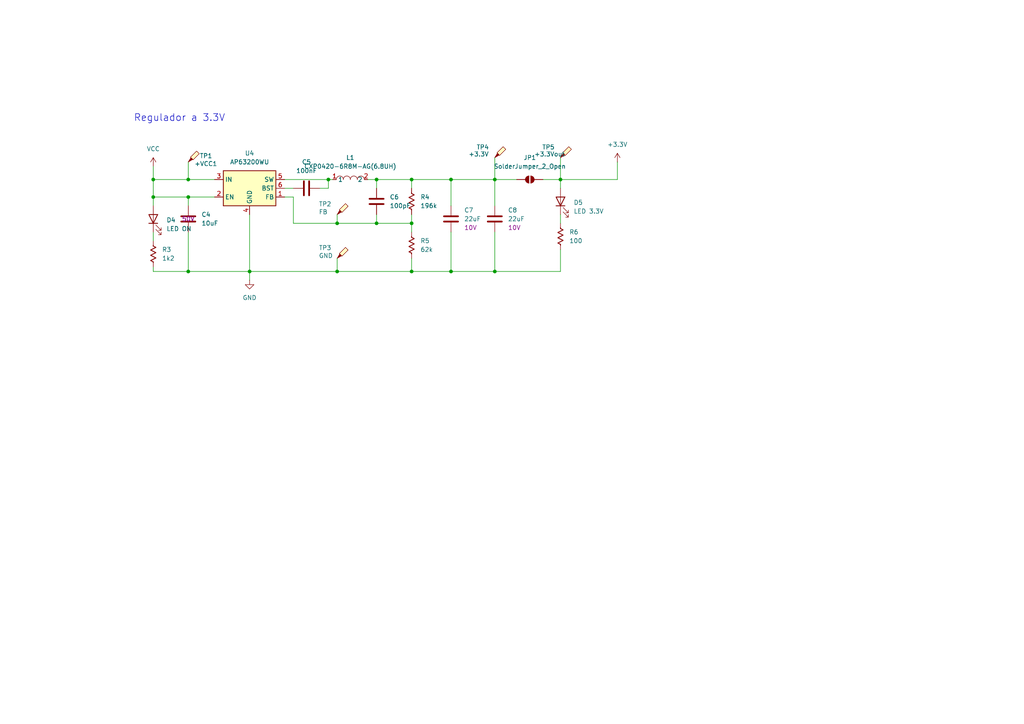
<source format=kicad_sch>
(kicad_sch (version 20250114) (generator "eeschema") (generator_version "9.0")
  (paper "A4")
  (lib_symbols
    (symbol "EasyEDA:+3.3V" (power) (pin_numbers (hide yes)) (pin_names (offset 0) (hide yes))
      (property "Value" "+3.3V" (at 0 3.556 0))
      (symbol "+3.3V_0_1"
        (polyline (pts (xy -0.762 1.27) (xy 0 2.54)))
        (polyline (pts (xy 0 2.54) (xy 0.762 1.27)))
        (polyline (pts (xy 0 0) (xy 0 2.54)))
      )
      (symbol "+3.3V_1_1"
        (pin power_in line (at 0 0 90) (length 0) (name "~") (number "1"))
      )
    )
    (symbol "EasyEDA:AP63200WU"
      (property "Reference" "U" (at -7.62 6.35 0))
      (property "Value" "AP63200WU" (at 2.54 6.35 0))
      (symbol "AP63200WU_0_1"
        (rectangle (start -7.62 5.08) (end 7.62 -5.08) (stroke (width 0.254)) (fill (type background)))
      )
      (symbol "AP63200WU_1_1"
        (pin power_in line (at -10.16 2.54 0) (length 2.54) (name "IN") (number "3"))
        (pin input line (at -10.16 -2.54 0) (length 2.54) (name "EN") (number "2"))
        (pin power_in line (at 0 -7.62 90) (length 2.54) (name "GND") (number "4"))
        (pin output line (at 10.16 2.54 180) (length 2.54) (name "SW") (number "5"))
        (pin passive line (at 10.16 0 180) (length 2.54) (name "BST") (number "6"))
        (pin input line (at 10.16 -2.54 180) (length 2.54) (name "FB") (number "1"))
      )
    )
    (symbol "EasyEDA:CXP0420-6R8M-AG(6.8UH)"
      (property "Reference" "L" (at 0 5.08 0))
      (property "Value" "CXP0420-6R8M-AG(6.8UH)" (at 0 -5.08 0))
      (symbol "CXP0420-6R8M-AG(6.8UH)_0_1"
        (arc (start -4.06 -0.01) (mid -2.83 0.99) (end -2.03 0.01))
        (arc (start -2.03 -0.01) (mid -0.8 0.99) (end 0 0.01))
        (arc (start 0 -0.01) (mid 1.23 0.99) (end 2.03 0.01))
        (arc (start 2.03 -0.01) (mid 3.26 0.99) (end 4.06 0.01))
        (pin unspecified line (at -5.08 0 0) (length 1.016) (name "1") (number "1"))
        (pin unspecified line (at 5.08 0 180) (length 1.016) (name "2") (number "2"))
      )
    )
    (symbol "EasyEDA:C_0603" (pin_numbers (hide yes)) (pin_names (offset 0.254))
      (property "Reference" "C" (at 0.635 2.54 0))
      (property "Value" "C_0603" (at 0.635 -2.54 0))
      (symbol "C_0603_0_1"
        (polyline (pts (xy -2.032 0.762) (xy 2.032 0.762)) (stroke (width 0.508)))
        (polyline (pts (xy -2.032 -0.762) (xy 2.032 -0.762)) (stroke (width 0.508)))
      )
      (symbol "C_0603_0_2"
        (polyline (pts (xy -2.54 -2.54) (xy -0.381 -0.381)))
        (polyline (pts (xy -0.508 -0.508) (xy -1.651 0.635)) (stroke (width 0.508)))
        (polyline (pts (xy -0.508 -0.508) (xy 0.635 -1.651)) (stroke (width 0.508)))
        (polyline (pts (xy 0.381 0.381) (xy 2.54 2.54)))
        (polyline (pts (xy 0.508 0.508) (xy -0.635 1.651)) (stroke (width 0.508)))
        (polyline (pts (xy 0.508 0.508) (xy 1.651 -0.635)) (stroke (width 0.508)))
      )
      (symbol "C_0603_1_1"
        (pin passive line (at 0 3.81 270) (length 2.794) (name "~") (number "1"))
        (pin passive line (at 0 -3.81 90) (length 2.794) (name "~") (number "2"))
      )
      (symbol "C_0603_1_2"
        (pin passive line (at -2.54 -2.54 90) (length 0) (name "~") (number "2"))
        (pin passive line (at 2.54 2.54 270) (length 0) (name "~") (number "1"))
      )
    )
    (symbol "EasyEDA:C_0805" (pin_numbers (hide yes)) (pin_names (offset 0.254))
      (property "Reference" "C" (at 0.635 2.54 0))
      (property "Value" "C_0805" (at 0.635 -2.54 0))
      (symbol "C_0805_0_1"
        (polyline (pts (xy -2.032 0.762) (xy 2.032 0.762)) (stroke (width 0.508)))
        (polyline (pts (xy -2.032 -0.762) (xy 2.032 -0.762)) (stroke (width 0.508)))
      )
      (symbol "C_0805_0_2"
        (polyline (pts (xy -2.54 -2.54) (xy -0.381 -0.381)))
        (polyline (pts (xy -0.508 -0.508) (xy -1.651 0.635)) (stroke (width 0.508)))
        (polyline (pts (xy -0.508 -0.508) (xy 0.635 -1.651)) (stroke (width 0.508)))
        (polyline (pts (xy 0.381 0.381) (xy 2.54 2.54)))
        (polyline (pts (xy 0.508 0.508) (xy -0.635 1.651)) (stroke (width 0.508)))
        (polyline (pts (xy 0.508 0.508) (xy 1.651 -0.635)) (stroke (width 0.508)))
      )
      (symbol "C_0805_1_1"
        (pin passive line (at 0 3.81 270) (length 2.794) (name "~") (number "1"))
        (pin passive line (at 0 -3.81 90) (length 2.794) (name "~") (number "2"))
      )
      (symbol "C_0805_1_2"
        (pin passive line (at -2.54 -2.54 90) (length 0) (name "~") (number "2"))
        (pin passive line (at 2.54 2.54 270) (length 0) (name "~") (number "1"))
      )
    )
    (symbol "EasyEDA:C_1206" (pin_numbers (hide yes)) (pin_names (offset 0.254))
      (property "Reference" "C" (at 0.635 2.54 0))
      (property "Value" "C_1206" (at 0.635 -2.54 0))
      (symbol "C_1206_0_1"
        (polyline (pts (xy -2.032 0.762) (xy 2.032 0.762)) (stroke (width 0.508)))
        (polyline (pts (xy -2.032 -0.762) (xy 2.032 -0.762)) (stroke (width 0.508)))
      )
      (symbol "C_1206_0_2"
        (polyline (pts (xy -2.54 -2.54) (xy -0.381 -0.381)))
        (polyline (pts (xy -0.508 -0.508) (xy -1.651 0.635)) (stroke (width 0.508)))
        (polyline (pts (xy -0.508 -0.508) (xy 0.635 -1.651)) (stroke (width 0.508)))
        (polyline (pts (xy 0.381 0.381) (xy 2.54 2.54)))
        (polyline (pts (xy 0.508 0.508) (xy -0.635 1.651)) (stroke (width 0.508)))
        (polyline (pts (xy 0.508 0.508) (xy 1.651 -0.635)) (stroke (width 0.508)))
      )
      (symbol "C_1206_1_1"
        (pin passive line (at 0 3.81 270) (length 2.794) (name "~") (number "1"))
        (pin passive line (at 0 -3.81 90) (length 2.794) (name "~") (number "2"))
      )
      (symbol "C_1206_1_2"
        (pin passive line (at -2.54 -2.54 90) (length 0) (name "~") (number "2"))
        (pin passive line (at 2.54 2.54 270) (length 0) (name "~") (number "1"))
      )
    )
    (symbol "EasyEDA:GND" (power) (pin_numbers (hide yes)) (pin_names (offset 0) (hide yes))
      (property "Value" "GND" (at 0 -3.81 0))
      (symbol "GND_0_1"
        (polyline (pts (xy 0 0) (xy 0 -1.27) (xy 1.27 -1.27) (xy 0 -2.54) (xy -1.27 -1.27) (xy 0 -1.27)))
      )
      (symbol "GND_1_1"
        (pin power_in line (at 0 0 270) (length 0) (name "~") (number "1"))
      )
    )
    (symbol "EasyEDA:LED" (pin_numbers (hide yes)) (pin_names (offset 1.016) (hide yes))
      (property "Reference" "D" (at 0 2.54 0))
      (property "Value" "LED" (at 0 -2.54 0))
      (symbol "LED_0_1"
        (polyline (pts (xy -3.048 -0.762) (xy -4.572 -2.286) (xy -3.81 -2.286) (xy -4.572 -2.286) (xy -4.572 -1.524)))
        (polyline (pts (xy -1.778 -0.762) (xy -3.302 -2.286) (xy -2.54 -2.286) (xy -3.302 -2.286) (xy -3.302 -1.524)))
        (polyline (pts (xy -1.27 0) (xy 1.27 0)))
        (polyline (pts (xy -1.27 -1.27) (xy -1.27 1.27)) (stroke (width 0.254)))
        (polyline (pts (xy 1.27 -1.27) (xy 1.27 1.27) (xy -1.27 0) (xy 1.27 -1.27)) (stroke (width 0.254)))
      )
      (symbol "LED_1_1"
        (pin passive line (at -3.81 0 0) (length 2.54) (name "K") (number "1"))
        (pin passive line (at 3.81 0 180) (length 2.54) (name "A") (number "2"))
      )
    )
    (symbol "EasyEDA:R_0603" (pin_numbers (hide yes)) (pin_names (offset 0))
      (property "Reference" "R" (at 2.54 1.27 0))
      (property "Value" "R_0603" (at 2.54 -1.27 0))
      (symbol "R_0603_0_1"
        (polyline (pts (xy 0 2.286) (xy 0 2.54)) (stroke (width 0.254)))
        (polyline (pts (xy 0 2.286) (xy 0.762 1.905) (xy -0.762 1.143) (xy 0 0.762) (xy 0.762 0.381) (xy 0 0) (xy -0.762 -0.381) (xy 0 -0.762) (xy 0.762 -1.143) (xy 0 -1.524) (xy -0.762 -1.905) (xy 0 -2.286)) (stroke (width 0.254)))
        (polyline (pts (xy 0 -2.286) (xy 0 -2.54)) (stroke (width 0.254)))
      )
      (symbol "R_0603_0_2"
        (polyline (pts (xy -2.54 -2.54) (xy -1.778 -1.778)))
        (polyline (pts (xy -1.778 -1.778) (xy -1.524 -1.524)) (stroke (width 0.254)))
        (polyline (pts (xy -1.524 -1.524) (xy -1.778 -0.762) (xy -1.016 -1.016)) (stroke (width 0.254)))
        (polyline (pts (xy -0.508 -0.508) (xy -0.762 0.254) (xy 0 0)) (stroke (width 0.254)))
        (polyline (pts (xy -0.508 -0.508) (xy -0.254 -1.27) (xy -1.016 -1.016)) (stroke (width 0.254)))
        (polyline (pts (xy 0.508 0.508) (xy 0.254 1.27) (xy 1.016 1.016)) (stroke (width 0.254)))
        (polyline (pts (xy 0.508 0.508) (xy 0.762 -0.254) (xy 0 0)) (stroke (width 0.254)))
        (polyline (pts (xy 1.524 1.524) (xy 1.778 0.762) (xy 1.016 1.016)) (stroke (width 0.254)))
        (polyline (pts (xy 1.778 1.778) (xy 1.524 1.524)) (stroke (width 0.254)))
        (polyline (pts (xy 1.778 1.778) (xy 2.54 2.54)))
      )
      (symbol "R_0603_1_1"
        (pin passive line (at 0 3.81 270) (length 1.27) (name "~") (number "1"))
        (pin passive line (at 0 -3.81 90) (length 1.27) (name "~") (number "2"))
      )
      (symbol "R_0603_1_2"
        (pin passive line (at -2.54 -2.54 0) (length 0) (name "") (number "2"))
        (pin passive line (at 2.54 2.54 180) (length 0) (name "") (number "1"))
      )
    )
    (symbol "EasyEDA:SolderJumper_2_Open" (pin_numbers (hide yes)) (pin_names (offset 0) (hide yes)) (in_bom no)
      (property "Reference" "JP" (at 0 2.032 0))
      (property "Value" "SolderJumper_2_Open" (at 0 -2.54 0))
      (symbol "SolderJumper_2_Open_0_1"
        (polyline (pts (xy -0.254 1.016) (xy -0.254 -1.016)))
        (arc (start -0.254 -1.016) (mid -1.2656 0) (end -0.254 1.016))
        (arc (start -0.254 -1.016) (mid -1.2656 0) (end -0.254 1.016) (fill (type outline)))
        (arc (start 0.254 1.016) (mid 1.2656 0) (end 0.254 -1.016))
        (arc (start 0.254 1.016) (mid 1.2656 0) (end 0.254 -1.016) (fill (type outline)))
        (polyline (pts (xy 0.254 1.016) (xy 0.254 -1.016)))
      )
      (symbol "SolderJumper_2_Open_1_1"
        (pin passive line (at -3.81 0 0) (length 2.54) (name "A") (number "1"))
        (pin passive line (at 3.81 0 180) (length 2.54) (name "B") (number "2"))
      )
    )
    (symbol "EasyEDA:TestPoint_Probe" (pin_numbers (hide yes)) (pin_names (offset 0.762) (hide yes))
      (property "Reference" "TP" (at 1.651 5.842 0))
      (property "Value" "TestPoint_Probe" (at 1.651 4.064 0))
      (symbol "TestPoint_Probe_0_1"
        (polyline (pts (xy 1.27 0.762) (xy 0 0) (xy 0.762 1.27) (xy 1.27 0.762)) (fill (type outline)))
        (polyline (pts (xy 1.397 0.635) (xy 0.635 1.397) (xy 2.413 3.175) (xy 3.175 2.413) (xy 1.397 0.635)) (fill (type background)))
      )
      (symbol "TestPoint_Probe_1_1"
        (pin passive line (at 0 0 90) (length 0) (name "1") (number "1"))
      )
    )
    (symbol "EasyEDA:VCC" (power) (pin_numbers (hide yes)) (pin_names (offset 0) (hide yes))
      (property "Value" "VCC" (at 0 3.556 0))
      (symbol "VCC_0_1"
        (polyline (pts (xy -0.762 1.27) (xy 0 2.54)))
        (polyline (pts (xy 0 2.54) (xy 0.762 1.27)))
        (polyline (pts (xy 0 0) (xy 0 2.54)))
      )
      (symbol "VCC_1_1"
        (pin power_in line (at 0 0 90) (length 0) (name "~") (number "1"))
      )
    )
  )
  (text "Regulador a 3.3V\n" (at 52.07 34.29 0) (effects (font (size 2 2))))
  (junction (at 54.61 52.07))
  (junction (at 95.25 52.07))
  (junction (at 97.79 64.77))
  (junction (at 109.22 52.07))
  (junction (at 54.61 78.74))
  (junction (at 44.45 52.07))
  (junction (at 119.38 78.74))
  (junction (at 97.79 78.74))
  (junction (at 130.81 78.74))
  (junction (at 72.39 78.74))
  (junction (at 119.38 64.77))
  (junction (at 109.22 64.77))
  (junction (at 143.51 52.07))
  (junction (at 119.38 52.07))
  (junction (at 54.61 57.15))
  (junction (at 143.51 78.74))
  (junction (at 130.81 52.07))
  (junction (at 162.56 52.07))
  (junction (at 44.45 57.15))
  (wire (pts (xy 44.45 52.07) (xy 54.61 52.07)))
  (wire (pts (xy 95.25 54.61) (xy 95.25 52.07)))
  (wire (pts (xy 109.22 52.07) (xy 119.38 52.07)))
  (wire (pts (xy 119.38 52.07) (xy 130.81 52.07)))
  (wire (pts (xy 97.79 64.77) (xy 109.22 64.77)))
  (wire (pts (xy 44.45 52.07) (xy 44.45 57.15)))
  (wire (pts (xy 119.38 64.77) (xy 119.38 62.23)))
  (wire (pts (xy 44.45 48.26) (xy 44.45 52.07)))
  (wire (pts (xy 157.48 52.07) (xy 162.56 52.07)))
  (wire (pts (xy 143.51 52.07) (xy 143.51 59.69)))
  (wire (pts (xy 95.25 52.07) (xy 82.55 52.07)))
  (wire (pts (xy 97.79 78.74) (xy 72.39 78.74)))
  (wire (pts (xy 97.79 74.93) (xy 97.79 78.74)))
  (wire (pts (xy 44.45 59.69) (xy 44.45 57.15)))
  (wire (pts (xy 44.45 78.74) (xy 54.61 78.74)))
  (wire (pts (xy 162.56 45.72) (xy 162.56 52.07)))
  (wire (pts (xy 96.52 52.07) (xy 95.25 52.07)))
  (wire (pts (xy 44.45 67.31) (xy 44.45 69.85)))
  (wire (pts (xy 162.56 72.39) (xy 162.56 78.74)))
  (wire (pts (xy 54.61 78.74) (xy 72.39 78.74)))
  (wire (pts (xy 119.38 74.93) (xy 119.38 78.74)))
  (wire (pts (xy 97.79 62.23) (xy 97.79 64.77)))
  (wire (pts (xy 54.61 46.99) (xy 54.61 52.07)))
  (wire (pts (xy 109.22 62.23) (xy 109.22 64.77)))
  (wire (pts (xy 143.51 67.31) (xy 143.51 78.74)))
  (wire (pts (xy 143.51 52.07) (xy 149.86 52.07)))
  (wire (pts (xy 54.61 67.31) (xy 54.61 78.74)))
  (wire (pts (xy 130.81 52.07) (xy 130.81 59.69)))
  (wire (pts (xy 130.81 67.31) (xy 130.81 78.74)))
  (wire (pts (xy 54.61 59.69) (xy 54.61 57.15)))
  (wire (pts (xy 44.45 57.15) (xy 54.61 57.15)))
  (wire (pts (xy 62.23 57.15) (xy 54.61 57.15)))
  (wire (pts (xy 130.81 52.07) (xy 143.51 52.07)))
  (wire (pts (xy 179.07 46.99) (xy 179.07 52.07)))
  (wire (pts (xy 92.71 54.61) (xy 95.25 54.61)))
  (wire (pts (xy 72.39 78.74) (xy 72.39 81.28)))
  (wire (pts (xy 143.51 78.74) (xy 130.81 78.74)))
  (wire (pts (xy 119.38 64.77) (xy 119.38 67.31)))
  (wire (pts (xy 85.09 64.77) (xy 85.09 57.15)))
  (wire (pts (xy 162.56 54.61) (xy 162.56 52.07)))
  (wire (pts (xy 72.39 62.23) (xy 72.39 78.74)))
  (wire (pts (xy 97.79 78.74) (xy 119.38 78.74)))
  (wire (pts (xy 119.38 78.74) (xy 130.81 78.74)))
  (wire (pts (xy 162.56 52.07) (xy 179.07 52.07)))
  (wire (pts (xy 119.38 52.07) (xy 119.38 54.61)))
  (wire (pts (xy 54.61 52.07) (xy 62.23 52.07)))
  (wire (pts (xy 109.22 64.77) (xy 119.38 64.77)))
  (wire (pts (xy 143.51 78.74) (xy 162.56 78.74)))
  (wire (pts (xy 143.51 45.72) (xy 143.51 52.07)))
  (wire (pts (xy 106.68 52.07) (xy 109.22 52.07)))
  (wire (pts (xy 85.09 64.77) (xy 97.79 64.77)))
  (wire (pts (xy 82.55 54.61) (xy 85.09 54.61)))
  (wire (pts (xy 162.56 62.23) (xy 162.56 64.77)))
  (wire (pts (xy 109.22 52.07) (xy 109.22 54.61)))
  (wire (pts (xy 44.45 77.47) (xy 44.45 78.74)))
  (wire (pts (xy 85.09 57.15) (xy 82.55 57.15)))
  (symbol (lib_id "EasyEDA:R_0603") (at 162.56 68.58 180) (unit 1)
    (property "Reference" "R6" (at 165.1 67.3099 0) (effects (justify right)))
    (property "Value" "100" (at 165.1 69.8499 0) (effects (justify right)))
    (property "Footprint" "PCM_Resistor_SMD_AKL:R_0603_1608Metric" (effects (hide yes)))
    (property "Description" "SMD 0603 Chip Resistor, US Symbol, Alternate KiCad Library" (effects (hide yes)))
  )
  (symbol (lib_id "EasyEDA:TestPoint_Probe") (at 97.79 74.93 0) (unit 1)
    (property "Reference" "TP3" (at 92.456 71.882 0) (effects (justify left)))
    (property "Value" "GND" (at 92.456 74.168 0) (effects (justify left)))
    (property "Footprint" "TestPoint:TestPoint_Pad_1.0x1.0mm" (effects (hide yes)))
    (property "Description" "test point (alternative probe-style design)" (effects (hide yes)))
  )
  (symbol (lib_id "EasyEDA:C_1206") (at 54.61 63.5 0) (unit 1)
    (property "Reference" "C4" (at 58.42 62.2299 0) (effects (justify left)))
    (property "Value" "10uF" (at 58.42 64.7699 0) (effects (justify left)))
    (property "Footprint" "PCM_Capacitor_SMD_AKL:C_1206_3216Metric" (effects (hide yes)))
    (property "Description" "SMD 1206 MLCC capacitor, Alternate KiCad Library" (effects (hide yes)))
    (property "Voltaje" "50V" (at 54.61 63.5 0))
  )
  (symbol (lib_id "EasyEDA:R_0603") (at 44.45 73.66 180) (unit 1)
    (property "Reference" "R3" (at 46.99 72.3899 0) (effects (justify right)))
    (property "Value" "1k2" (at 46.99 74.9299 0) (effects (justify right)))
    (property "Footprint" "PCM_Resistor_SMD_AKL:R_0603_1608Metric" (effects (hide yes)))
    (property "Description" "SMD 0603 Chip Resistor, US Symbol, Alternate KiCad Library" (effects (hide yes)))
  )
  (symbol (lib_id "EasyEDA:TestPoint_Probe") (at 162.56 45.72 0) (unit 1)
    (property "Reference" "TP5" (at 157.226 42.672 0) (effects (justify left)))
    (property "Value" "+3.3Vout" (at 154.94 44.704 0) (effects (justify left)))
    (property "Footprint" "TestPoint:TestPoint_Pad_1.0x1.0mm" (effects (hide yes)))
    (property "Description" "test point (alternative probe-style design)" (effects (hide yes)))
  )
  (symbol (lib_id "EasyEDA:AP63200WU") (at 72.39 54.61 0) (unit 1)
    (property "Reference" "U4" (at 72.39 44.45 0))
    (property "Value" "AP63200WU" (at 72.39 46.99 0))
    (property "Footprint" "Package_TO_SOT_SMD:TSOT-23-6" (effects (hide yes)))
    (property "Datasheet" "https://www.diodes.com/assets/Datasheets/AP63200-AP63201-AP63203-AP63205.pdf" (effects (hide yes)))
    (property "Description" "2A, 500kHz Buck DC/DC Converter, adjustable output voltage, TSOT-23-6" (effects (hide yes)))
  )
  (symbol (lib_id "EasyEDA:LED") (at 44.45 63.5 90) (unit 1)
    (property "Reference" "D4" (at 48.26 63.8174 90) (effects (justify right)))
    (property "Value" "LED ON" (at 48.26 66.3574 90) (effects (justify right)))
    (property "Footprint" "LED_SMD:LED_0603_1608Metric" (effects (hide yes)))
    (property "Description" "Light emitting diode" (effects (hide yes)))
    (property "Sim.Pins" "1=K 2=A" (effects (hide yes)))
  )
  (symbol (lib_id "EasyEDA:C_0603") (at 143.51 63.5 0) (unit 1)
    (property "Reference" "C8" (at 147.32 60.9599 0) (effects (justify left)))
    (property "Value" "22uF" (at 147.32 63.4999 0) (effects (justify left)))
    (property "Footprint" "PCM_Capacitor_SMD_AKL:C_0603_1608Metric" (effects (hide yes)))
    (property "Description" "SMD 0603 MLCC capacitor, Alternate KiCad Library" (effects (hide yes)))
    (property "Voltaje" "10V" (at 147.32 66.0399 0) (effects (justify left)))
  )
  (symbol (lib_id "EasyEDA:TestPoint_Probe") (at 143.51 45.72 0) (unit 1)
    (property "Reference" "TP4" (at 138.176 42.672 0) (effects (justify left)))
    (property "Value" "+3.3V" (at 135.89 44.704 0) (effects (justify left)))
    (property "Footprint" "TestPoint:TestPoint_Pad_1.0x1.0mm" (effects (hide yes)))
    (property "Description" "test point (alternative probe-style design)" (effects (hide yes)))
  )
  (symbol (lib_id "EasyEDA:R_0603") (at 119.38 58.42 0) (unit 1)
    (property "Reference" "R4" (at 121.92 57.1499 0) (effects (justify left)))
    (property "Value" "196k" (at 121.92 59.6899 0) (effects (justify left)))
    (property "Footprint" "PCM_Resistor_SMD_AKL:R_0603_1608Metric" (effects (hide yes)))
    (property "Description" "SMD 0603 Chip Resistor, US Symbol, Alternate KiCad Library" (effects (hide yes)))
  )
  (symbol (lib_id "EasyEDA:C_0603") (at 130.81 63.5 0) (unit 1)
    (property "Reference" "C7" (at 134.62 60.9599 0) (effects (justify left)))
    (property "Value" "22uF" (at 134.62 63.4999 0) (effects (justify left)))
    (property "Footprint" "PCM_Capacitor_SMD_AKL:C_0603_1608Metric" (effects (hide yes)))
    (property "Description" "SMD 0603 MLCC capacitor, Alternate KiCad Library" (effects (hide yes)))
    (property "Voltaje" "10V" (at 134.62 66.0399 0) (effects (justify left)))
  )
  (symbol (lib_id "EasyEDA:GND") (at 72.39 81.28 0) (unit 1)
    (property "Reference" "#PWR020" (effects (hide yes)))
    (property "Value" "GND" (at 72.39 86.36 0))
    (property "Description" "Power symbol creates a global label with name \"GND\" , ground" (effects (hide yes)))
  )
  (symbol (lib_id "EasyEDA:LED") (at 162.56 58.42 90) (unit 1)
    (property "Reference" "D5" (at 166.37 58.7374 90) (effects (justify right)))
    (property "Value" "LED 3.3V" (at 166.37 61.2774 90) (effects (justify right)))
    (property "Footprint" "LED_SMD:LED_0603_1608Metric" (effects (hide yes)))
    (property "Description" "Light emitting diode" (effects (hide yes)))
    (property "Sim.Pins" "1=K 2=A" (effects (hide yes)))
  )
  (symbol (lib_id "EasyEDA:R_0603") (at 119.38 71.12 0) (unit 1)
    (property "Reference" "R5" (at 121.92 69.8499 0) (effects (justify left)))
    (property "Value" "62k" (at 121.92 72.3899 0) (effects (justify left)))
    (property "Footprint" "PCM_Resistor_SMD_AKL:R_0603_1608Metric" (effects (hide yes)))
    (property "Description" "SMD 0603 Chip Resistor, US Symbol, Alternate KiCad Library" (effects (hide yes)))
  )
  (symbol (lib_id "EasyEDA:C_0805") (at 88.9 54.61 90) (unit 1)
    (property "Reference" "C5" (at 88.9 46.99 90))
    (property "Value" "100nF" (at 88.9 49.53 90))
    (property "Footprint" "PCM_Capacitor_SMD_AKL:C_0805_2012Metric" (effects (hide yes)))
    (property "Description" "SMD 0805 MLCC capacitor, Alternate KiCad Library" (effects (hide yes)))
  )
  (symbol (lib_id "EasyEDA:+3.3V") (at 179.07 46.99 0) (unit 1)
    (property "Reference" "#PWR021" (effects (hide yes)))
    (property "Value" "+3.3V" (at 179.07 41.91 0))
    (property "Description" "Power symbol creates a global label with name \"+3.3V\"" (effects (hide yes)))
  )
  (symbol (lib_id "EasyEDA:VCC") (at 44.45 48.26 0) (unit 1)
    (property "Reference" "#PWR019" (effects (hide yes)))
    (property "Value" "VCC" (at 44.45 43.18 0))
    (property "Description" "Power symbol creates a global label with name \"VCC\"" (effects (hide yes)))
  )
  (symbol (lib_id "EasyEDA:SolderJumper_2_Open") (at 153.67 52.07 0) (unit 1) (in_bom no)
    (property "Reference" "JP1" (at 153.67 45.72 0))
    (property "Value" "SolderJumper_2_Open" (at 153.67 48.26 0))
    (property "Footprint" "Jumper:SolderJumper-2_P1.3mm_Open_Pad1.0x1.5mm" (effects (hide yes)))
    (property "Description" "Solder Jumper, 2-pole, open" (effects (hide yes)))
  )
  (symbol (lib_id "EasyEDA:CXP0420-6R8M-AG(6.8UH)") (at 101.6 52.07 0) (unit 1)
    (property "Reference" "L1" (at 101.6 45.72 0))
    (property "Value" "CXP0420-6R8M-AG(6.8UH)" (at 101.6 48.26 0))
    (property "Footprint" "EasyEDA:IND-SMD_L4.4-W4.2_CXP0420" (effects (hide yes)))
    (property "LCSC Part" "C7461340" (effects (hide yes)))
  )
  (symbol (lib_id "EasyEDA:TestPoint_Probe") (at 97.79 62.23 0) (unit 1)
    (property "Reference" "TP2" (at 92.456 59.182 0) (effects (justify left)))
    (property "Value" "FB" (at 92.456 61.468 0) (effects (justify left)))
    (property "Footprint" "TestPoint:TestPoint_Pad_1.0x1.0mm" (effects (hide yes)))
    (property "Description" "test point (alternative probe-style design)" (effects (hide yes)))
  )
  (symbol (lib_id "EasyEDA:TestPoint_Probe") (at 54.61 46.99 0) (unit 1)
    (property "Reference" "TP1" (at 57.912 45.212 0) (effects (justify left)))
    (property "Value" "+VCC1" (at 56.388 47.498 0) (effects (justify left)))
    (property "Footprint" "TestPoint:TestPoint_Pad_1.0x1.0mm" (effects (hide yes)))
    (property "Description" "test point (alternative probe-style design)" (effects (hide yes)))
  )
  (symbol (lib_id "EasyEDA:C_0805") (at 109.22 58.42 180) (unit 1)
    (property "Reference" "C6" (at 113.03 57.1499 0) (effects (justify right)))
    (property "Value" "100pF" (at 113.03 59.6899 0) (effects (justify right)))
    (property "Footprint" "PCM_Capacitor_SMD_AKL:C_0805_2012Metric" (effects (hide yes)))
    (property "Description" "SMD 0805 MLCC capacitor, Alternate KiCad Library" (effects (hide yes)))
  )
)
</source>
